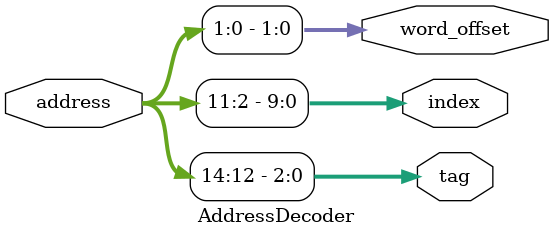
<source format=sv>
module AddressDecoder(input [14:0] address, 
    output reg [2:0] tag,
    output reg [9:0] index,
    output reg [1:0] word_offset);
    assign word_offset = address[1:0];
    assign index = address[11:2];
    assign tag = address[14:12];
  endmodule

</source>
